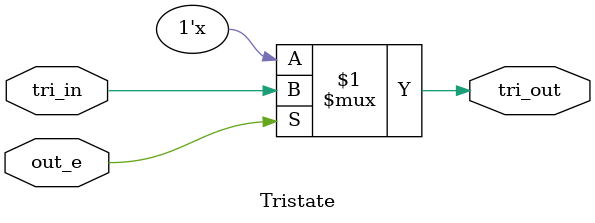
<source format=v>
module Tristate (tri_out, out_e, tri_in);
	input out_e, tri_in;
	output tri_out;
	tri out;
	bufif1 b1(tri_out, tri_in, out_e);
endmodule

</source>
